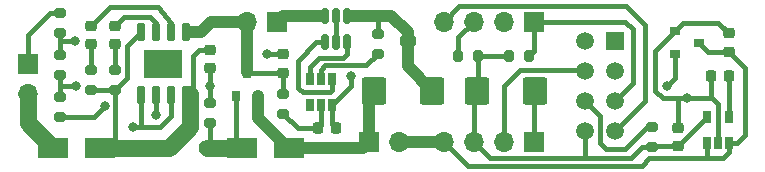
<source format=gtl>
%TF.GenerationSoftware,KiCad,Pcbnew,6.0.11*%
%TF.CreationDate,2024-08-22T19:43:04+01:00*%
%TF.ProjectId,ESPower,4553506f-7765-4722-9e6b-696361645f70,rev?*%
%TF.SameCoordinates,PX4f54d68PY59a0560*%
%TF.FileFunction,Copper,L1,Top*%
%TF.FilePolarity,Positive*%
%FSLAX46Y46*%
G04 Gerber Fmt 4.6, Leading zero omitted, Abs format (unit mm)*
G04 Created by KiCad (PCBNEW 6.0.11) date 2024-08-22 19:43:04*
%MOMM*%
%LPD*%
G01*
G04 APERTURE LIST*
G04 Aperture macros list*
%AMRoundRect*
0 Rectangle with rounded corners*
0 $1 Rounding radius*
0 $2 $3 $4 $5 $6 $7 $8 $9 X,Y pos of 4 corners*
0 Add a 4 corners polygon primitive as box body*
4,1,4,$2,$3,$4,$5,$6,$7,$8,$9,$2,$3,0*
0 Add four circle primitives for the rounded corners*
1,1,$1+$1,$2,$3*
1,1,$1+$1,$4,$5*
1,1,$1+$1,$6,$7*
1,1,$1+$1,$8,$9*
0 Add four rect primitives between the rounded corners*
20,1,$1+$1,$2,$3,$4,$5,0*
20,1,$1+$1,$4,$5,$6,$7,0*
20,1,$1+$1,$6,$7,$8,$9,0*
20,1,$1+$1,$8,$9,$2,$3,0*%
G04 Aperture macros list end*
%TA.AperFunction,SMDPad,CuDef*%
%ADD10RoundRect,0.250000X-0.787500X-0.925000X0.787500X-0.925000X0.787500X0.925000X-0.787500X0.925000X0*%
%TD*%
%TA.AperFunction,SMDPad,CuDef*%
%ADD11RoundRect,0.225000X-0.225000X-0.250000X0.225000X-0.250000X0.225000X0.250000X-0.225000X0.250000X0*%
%TD*%
%TA.AperFunction,SMDPad,CuDef*%
%ADD12RoundRect,0.225000X0.250000X-0.225000X0.250000X0.225000X-0.250000X0.225000X-0.250000X-0.225000X0*%
%TD*%
%TA.AperFunction,ComponentPad*%
%ADD13R,1.700000X1.700000*%
%TD*%
%TA.AperFunction,ComponentPad*%
%ADD14O,1.700000X1.700000*%
%TD*%
%TA.AperFunction,SMDPad,CuDef*%
%ADD15R,0.650000X1.060000*%
%TD*%
%TA.AperFunction,ComponentPad*%
%ADD16R,1.500000X1.500000*%
%TD*%
%TA.AperFunction,ComponentPad*%
%ADD17C,1.500000*%
%TD*%
%TA.AperFunction,SMDPad,CuDef*%
%ADD18RoundRect,0.200000X0.275000X-0.200000X0.275000X0.200000X-0.275000X0.200000X-0.275000X-0.200000X0*%
%TD*%
%TA.AperFunction,SMDPad,CuDef*%
%ADD19RoundRect,0.225000X0.225000X0.250000X-0.225000X0.250000X-0.225000X-0.250000X0.225000X-0.250000X0*%
%TD*%
%TA.AperFunction,SMDPad,CuDef*%
%ADD20R,0.900000X0.800000*%
%TD*%
%TA.AperFunction,SMDPad,CuDef*%
%ADD21R,2.500000X1.800000*%
%TD*%
%TA.AperFunction,SMDPad,CuDef*%
%ADD22RoundRect,0.200000X-0.275000X0.200000X-0.275000X-0.200000X0.275000X-0.200000X0.275000X0.200000X0*%
%TD*%
%TA.AperFunction,SMDPad,CuDef*%
%ADD23R,0.800000X0.900000*%
%TD*%
%TA.AperFunction,SMDPad,CuDef*%
%ADD24RoundRect,0.218750X-0.256250X0.218750X-0.256250X-0.218750X0.256250X-0.218750X0.256250X0.218750X0*%
%TD*%
%TA.AperFunction,SMDPad,CuDef*%
%ADD25RoundRect,0.150000X0.150000X-0.650000X0.150000X0.650000X-0.150000X0.650000X-0.150000X-0.650000X0*%
%TD*%
%TA.AperFunction,SMDPad,CuDef*%
%ADD26R,3.200000X2.400000*%
%TD*%
%TA.AperFunction,SMDPad,CuDef*%
%ADD27RoundRect,0.200000X0.200000X0.275000X-0.200000X0.275000X-0.200000X-0.275000X0.200000X-0.275000X0*%
%TD*%
%TA.AperFunction,SMDPad,CuDef*%
%ADD28RoundRect,0.150000X-0.150000X0.512500X-0.150000X-0.512500X0.150000X-0.512500X0.150000X0.512500X0*%
%TD*%
%TA.AperFunction,SMDPad,CuDef*%
%ADD29RoundRect,0.225000X-0.250000X0.225000X-0.250000X-0.225000X0.250000X-0.225000X0.250000X0.225000X0*%
%TD*%
%TA.AperFunction,SMDPad,CuDef*%
%ADD30RoundRect,0.200000X-0.200000X-0.275000X0.200000X-0.275000X0.200000X0.275000X-0.200000X0.275000X0*%
%TD*%
%TA.AperFunction,ViaPad*%
%ADD31C,0.800000*%
%TD*%
%TA.AperFunction,ViaPad*%
%ADD32C,1.400000*%
%TD*%
%TA.AperFunction,Conductor*%
%ADD33C,0.400000*%
%TD*%
%TA.AperFunction,Conductor*%
%ADD34C,1.050000*%
%TD*%
%TA.AperFunction,Conductor*%
%ADD35C,1.400000*%
%TD*%
%TA.AperFunction,Conductor*%
%ADD36C,0.300000*%
%TD*%
G04 APERTURE END LIST*
D10*
X31446500Y-8001000D03*
X36371500Y-8001000D03*
D11*
X26657000Y-11176000D03*
X28207000Y-11176000D03*
D12*
X23749000Y-6490000D03*
X23749000Y-4940000D03*
D10*
X40160000Y-8001000D03*
X45085000Y-8001000D03*
D13*
X30988000Y-12319000D03*
D14*
X33528000Y-12319000D03*
D13*
X44958000Y-12319000D03*
D14*
X42418000Y-12319000D03*
X39878000Y-12319000D03*
X37338000Y-12319000D03*
D13*
X44958000Y-2159000D03*
D14*
X42418000Y-2159000D03*
X39878000Y-2159000D03*
X37338000Y-2159000D03*
D15*
X27874000Y-7028000D03*
X26924000Y-7028000D03*
X25974000Y-7028000D03*
X25974000Y-9228000D03*
X26924000Y-9228000D03*
X27874000Y-9228000D03*
D16*
X51816000Y-3810000D03*
D17*
X51816000Y-6350000D03*
X51816000Y-8890000D03*
X51816000Y-11430000D03*
X49276000Y-3810000D03*
X49276000Y-6350000D03*
X49276000Y-8890000D03*
X49276000Y-11430000D03*
D13*
X23216000Y-2159000D03*
D14*
X20676000Y-2159000D03*
D12*
X61468000Y-4712000D03*
X61468000Y-3162000D03*
D18*
X54991000Y-12763000D03*
X54991000Y-11113000D03*
D19*
X61481000Y-6731000D03*
X59931000Y-6731000D03*
D15*
X59629000Y-12403000D03*
X60579000Y-12403000D03*
X61529000Y-12403000D03*
X61529000Y-10203000D03*
X59629000Y-10203000D03*
D20*
X56912000Y-2987000D03*
X56912000Y-4887000D03*
X58912000Y-3937000D03*
D21*
X24225000Y-12827000D03*
X20225000Y-12827000D03*
D22*
X23749000Y-8319000D03*
X23749000Y-9969000D03*
D23*
X19751000Y-8493000D03*
X21651000Y-8493000D03*
X20701000Y-6493000D03*
D24*
X7493000Y-2514500D03*
X7493000Y-4089500D03*
D18*
X4826000Y-3111000D03*
X4826000Y-1461000D03*
X9525000Y-7937000D03*
X9525000Y-6287000D03*
X7493000Y-7937000D03*
X7493000Y-6287000D03*
D24*
X9525000Y-2514500D03*
X9525000Y-4089500D03*
D25*
X11684000Y-8365000D03*
X12954000Y-8365000D03*
X14224000Y-8365000D03*
X15494000Y-8365000D03*
X15494000Y-3065000D03*
X14224000Y-3065000D03*
X12954000Y-3065000D03*
X11684000Y-3065000D03*
D26*
X13589000Y-5715000D03*
D18*
X4826000Y-6667000D03*
X4826000Y-5017000D03*
X4826000Y-10223000D03*
X4826000Y-8573000D03*
D21*
X8223000Y-12827000D03*
X4223000Y-12827000D03*
D13*
X2159000Y-5715000D03*
D14*
X2159000Y-8255000D03*
D18*
X31750000Y-4889000D03*
X31750000Y-3239000D03*
X17526000Y-10731000D03*
X17526000Y-9081000D03*
D27*
X40195000Y-5080000D03*
X38545000Y-5080000D03*
D28*
X29144000Y-1656500D03*
X28194000Y-1656500D03*
X27244000Y-1656500D03*
X27244000Y-3931500D03*
X28194000Y-3931500D03*
X29144000Y-3931500D03*
D29*
X17526000Y-4559000D03*
X17526000Y-6109000D03*
D12*
X57150000Y-12713000D03*
X57150000Y-11163000D03*
D30*
X42863000Y-5080000D03*
X44513000Y-5080000D03*
D31*
X57912000Y-8636000D03*
X11049000Y-11049000D03*
X17526000Y-7620000D03*
X22339000Y-4940000D03*
D32*
X34290000Y-3810000D03*
D31*
X29464000Y-6731000D03*
D32*
X11938000Y-12827000D03*
D31*
X6223000Y-7620000D03*
X12954000Y-10033000D03*
X8636000Y-9271000D03*
X6096000Y-3810000D03*
D32*
X17272000Y-12827000D03*
D31*
X56261000Y-7620000D03*
D33*
X27874000Y-9228000D02*
X27874000Y-10843000D01*
X27874000Y-10843000D02*
X28207000Y-11176000D01*
X26657000Y-11176000D02*
X24956000Y-11176000D01*
D34*
X21651000Y-8493000D02*
X21651000Y-10300500D01*
X21651000Y-10300500D02*
X24177500Y-12827000D01*
X24177500Y-12827000D02*
X24225000Y-12827000D01*
D33*
X22339000Y-4940000D02*
X23749000Y-4940000D01*
D34*
X30988000Y-12319000D02*
X30480000Y-12827000D01*
X30480000Y-12827000D02*
X24225000Y-12827000D01*
X30988000Y-12319000D02*
X30988000Y-8459500D01*
X34290000Y-3810000D02*
X34290000Y-5919500D01*
X30988000Y-8459500D02*
X31446500Y-8001000D01*
X34290000Y-5919500D02*
X36371500Y-8001000D01*
D33*
X29464000Y-7638000D02*
X27874000Y-9228000D01*
X29464000Y-6706500D02*
X29464000Y-7638000D01*
X26924000Y-7028000D02*
X26924000Y-6223000D01*
X26924000Y-6223000D02*
X27290000Y-5857000D01*
X27290000Y-5857000D02*
X30782000Y-5857000D01*
X30782000Y-5857000D02*
X31750000Y-4889000D01*
D34*
X33528000Y-12319000D02*
X37338000Y-12319000D01*
D33*
X27874000Y-7028000D02*
X27874000Y-7958000D01*
X27874000Y-7958000D02*
X27704000Y-8128000D01*
X27704000Y-8128000D02*
X25400000Y-8128000D01*
X25400000Y-8128000D02*
X25019000Y-7747000D01*
X25019000Y-7747000D02*
X25019000Y-5461000D01*
X25019000Y-5461000D02*
X26548500Y-3931500D01*
X26548500Y-3931500D02*
X27244000Y-3931500D01*
X29144000Y-3931500D02*
X29144000Y-4892000D01*
X29144000Y-4892000D02*
X28829000Y-5207000D01*
X28829000Y-5207000D02*
X26797000Y-5207000D01*
X26797000Y-5207000D02*
X25974000Y-6030000D01*
X25974000Y-6030000D02*
X25974000Y-7028000D01*
D34*
X31750000Y-1651000D02*
X29464000Y-1651000D01*
X23216000Y-2159000D02*
X23724000Y-1651000D01*
X23724000Y-1651000D02*
X26924000Y-1651000D01*
D35*
X20225000Y-12827000D02*
X17272000Y-12827000D01*
D33*
X19751000Y-8493000D02*
X19751000Y-12353000D01*
X19751000Y-12353000D02*
X20225000Y-12827000D01*
X17526000Y-10731000D02*
X17526000Y-12573000D01*
X17526000Y-9081000D02*
X17526000Y-7620000D01*
X17526000Y-12573000D02*
X17272000Y-12827000D01*
X17526000Y-7620000D02*
X17526000Y-6109000D01*
X17526000Y-4559000D02*
X16650000Y-4559000D01*
X16650000Y-4559000D02*
X16129000Y-5080000D01*
X16129000Y-5080000D02*
X16129000Y-8001000D01*
X16129000Y-8001000D02*
X15875000Y-8255000D01*
X23749000Y-6490000D02*
X20704000Y-6490000D01*
X23749000Y-8319000D02*
X23749000Y-6490000D01*
X23749000Y-9969000D02*
X24956000Y-11176000D01*
X31750000Y-3239000D02*
X31750000Y-1651000D01*
X4826000Y-1461000D02*
X4000000Y-1461000D01*
X14224000Y-8365000D02*
X14224000Y-10160000D01*
X11684000Y-11049000D02*
X13335000Y-11049000D01*
X11684000Y-8365000D02*
X11684000Y-11049000D01*
X57613000Y-2286000D02*
X56912000Y-2987000D01*
X44958000Y-8128000D02*
X45085000Y-8001000D01*
X2159000Y-3302000D02*
X2159000Y-5715000D01*
X60579000Y-9144000D02*
X60579000Y-12403000D01*
X44958000Y-12319000D02*
X44958000Y-8128000D01*
X57912000Y-8636000D02*
X59817000Y-8636000D01*
X60579000Y-2286000D02*
X57613000Y-2286000D01*
X59931000Y-6731000D02*
X59931000Y-8522000D01*
D34*
X34290000Y-3048000D02*
X32893000Y-1651000D01*
D33*
X13335000Y-11049000D02*
X14224000Y-10160000D01*
D34*
X32893000Y-1651000D02*
X31750000Y-1651000D01*
D33*
X55245000Y-8001000D02*
X55245000Y-4654000D01*
D34*
X34290000Y-3810000D02*
X34290000Y-3048000D01*
D33*
X59931000Y-8522000D02*
X59817000Y-8636000D01*
X60592000Y-2286000D02*
X61468000Y-3162000D01*
X57150000Y-11163000D02*
X57150000Y-8636000D01*
X59817000Y-8636000D02*
X60071000Y-8636000D01*
X55880000Y-8636000D02*
X55245000Y-8001000D01*
X55245000Y-4654000D02*
X56912000Y-2987000D01*
X4000000Y-1461000D02*
X2159000Y-3302000D01*
X57912000Y-8636000D02*
X55880000Y-8636000D01*
X60071000Y-8636000D02*
X60579000Y-9144000D01*
X11684000Y-11049000D02*
X11049000Y-11049000D01*
X61529000Y-10203000D02*
X61529000Y-6779000D01*
D36*
X61529000Y-6779000D02*
X61481000Y-6731000D01*
D33*
X55041000Y-12713000D02*
X54991000Y-12763000D01*
X49276000Y-11430000D02*
X49276000Y-13589000D01*
X49276000Y-13589000D02*
X49388000Y-13701000D01*
X54991000Y-12763000D02*
X54136000Y-12763000D01*
X41260000Y-13701000D02*
X39878000Y-12319000D01*
X57150000Y-12713000D02*
X55041000Y-12713000D01*
X39878000Y-8283000D02*
X40160000Y-8001000D01*
X40195000Y-5080000D02*
X40195000Y-7966000D01*
X46086000Y-13701000D02*
X49388000Y-13701000D01*
X49388000Y-13701000D02*
X53228000Y-13701000D01*
X39878000Y-12319000D02*
X39878000Y-8283000D01*
X46086000Y-13701000D02*
X41260000Y-13701000D01*
X54136000Y-12763000D02*
X53198000Y-13701000D01*
X42863000Y-5080000D02*
X40195000Y-5080000D01*
X57150000Y-12682000D02*
X57150000Y-12713000D01*
X40195000Y-7966000D02*
X40160000Y-8001000D01*
X59629000Y-10203000D02*
X57150000Y-12682000D01*
X26924000Y-10909000D02*
X26657000Y-11176000D01*
X26924000Y-9228000D02*
X26924000Y-10909000D01*
D34*
X20676000Y-2159000D02*
X20676000Y-6468000D01*
X20676000Y-2159000D02*
X17653000Y-2159000D01*
X16764000Y-3048000D02*
X15875000Y-3048000D01*
X17653000Y-2159000D02*
X16764000Y-3048000D01*
D33*
X62822000Y-6053000D02*
X62822000Y-11745000D01*
X61529000Y-12403000D02*
X62164000Y-12403000D01*
X62164000Y-12403000D02*
X62822000Y-11745000D01*
X61455000Y-4725000D02*
X59700000Y-4725000D01*
X61468000Y-4712000D02*
X61455000Y-4725000D01*
X59563000Y-13716000D02*
X61021000Y-13716000D01*
X54737000Y-13716000D02*
X59563000Y-13716000D01*
X37338000Y-12319000D02*
X39370000Y-14351000D01*
X61481000Y-4712000D02*
X62822000Y-6053000D01*
X59629000Y-12403000D02*
X59629000Y-13650000D01*
X59629000Y-13650000D02*
X59563000Y-13716000D01*
X39370000Y-14351000D02*
X54102000Y-14351000D01*
X61468000Y-4712000D02*
X61481000Y-4712000D01*
X59700000Y-4725000D02*
X58912000Y-3937000D01*
X54102000Y-14351000D02*
X54737000Y-13716000D01*
X61529000Y-13208000D02*
X61529000Y-12403000D01*
X61021000Y-13716000D02*
X61529000Y-13208000D01*
D35*
X2159000Y-8255000D02*
X2159000Y-10763000D01*
X2159000Y-10763000D02*
X4223000Y-12827000D01*
D33*
X8509000Y-12541000D02*
X8223000Y-12827000D01*
D35*
X15875000Y-11049000D02*
X14097000Y-12827000D01*
D33*
X7493000Y-7937000D02*
X9525000Y-7937000D01*
X10541000Y-6921000D02*
X9525000Y-7937000D01*
D35*
X8223000Y-12827000D02*
X9271000Y-12827000D01*
D33*
X11684000Y-3065000D02*
X10541000Y-4208000D01*
X9525000Y-7937000D02*
X9525000Y-12573000D01*
X10541000Y-4208000D02*
X10541000Y-6921000D01*
D35*
X15875000Y-8255000D02*
X15875000Y-11049000D01*
X9271000Y-12827000D02*
X11938000Y-12827000D01*
X13716000Y-12827000D02*
X11938000Y-12827000D01*
X14097000Y-12827000D02*
X13716000Y-12827000D01*
D33*
X9525000Y-12573000D02*
X9271000Y-12827000D01*
X7493000Y-4089500D02*
X7493000Y-6287000D01*
X13102000Y-889000D02*
X9118500Y-889000D01*
X9118500Y-889000D02*
X7493000Y-2514500D01*
X14224000Y-2265000D02*
X13102000Y-889000D01*
X14224000Y-2265000D02*
X14224000Y-3065000D01*
X9525000Y-4089500D02*
X9525000Y-6287000D01*
X12503990Y-1814990D02*
X10224510Y-1814990D01*
X10224510Y-1814990D02*
X9525000Y-2514500D01*
X12954000Y-2265000D02*
X12503990Y-1814990D01*
X12954000Y-2265000D02*
X12954000Y-3065000D01*
X54356000Y-2413000D02*
X52802000Y-859000D01*
X52802000Y-859000D02*
X38638000Y-859000D01*
X38638000Y-859000D02*
X37338000Y-2159000D01*
X54356000Y-8890000D02*
X54356000Y-2413000D01*
X51816000Y-11430000D02*
X54356000Y-8890000D01*
X38545000Y-5080000D02*
X38545000Y-3492000D01*
X38545000Y-3492000D02*
X39878000Y-2159000D01*
X44958000Y-4635000D02*
X44513000Y-5080000D01*
X51816000Y-8890000D02*
X53340000Y-7366000D01*
X53340000Y-7366000D02*
X53340000Y-2794000D01*
X53340000Y-2794000D02*
X52705000Y-2159000D01*
X52705000Y-2159000D02*
X44958000Y-2159000D01*
X44958000Y-2159000D02*
X44958000Y-4635000D01*
X28194000Y-3931500D02*
X28194000Y-1656500D01*
X4826000Y-6667000D02*
X4826000Y-7747000D01*
X4953000Y-7620000D02*
X4826000Y-7747000D01*
X4826000Y-7747000D02*
X4826000Y-8573000D01*
X6223000Y-7620000D02*
X4953000Y-7620000D01*
X12954000Y-8365000D02*
X12954000Y-10033000D01*
X8636000Y-9271000D02*
X7684000Y-10223000D01*
X7684000Y-10223000D02*
X4826000Y-10223000D01*
X4826000Y-4064000D02*
X4826000Y-5017000D01*
X4826000Y-3111000D02*
X4826000Y-4064000D01*
X6096000Y-3810000D02*
X4826000Y-3810000D01*
X50546000Y-10160000D02*
X50546000Y-12446000D01*
X49276000Y-8890000D02*
X50546000Y-10160000D01*
X52705000Y-12954000D02*
X54546000Y-11113000D01*
X51054000Y-12954000D02*
X52705000Y-12954000D01*
X50546000Y-12446000D02*
X51054000Y-12954000D01*
X54546000Y-11113000D02*
X54991000Y-11113000D01*
X42418000Y-7620000D02*
X43815000Y-6223000D01*
X42418000Y-12319000D02*
X42418000Y-7620000D01*
X49149000Y-6223000D02*
X49276000Y-6350000D01*
X56261000Y-7620000D02*
X56912000Y-6969000D01*
X56912000Y-6969000D02*
X56912000Y-4887000D01*
X43815000Y-6223000D02*
X49149000Y-6223000D01*
M02*

</source>
